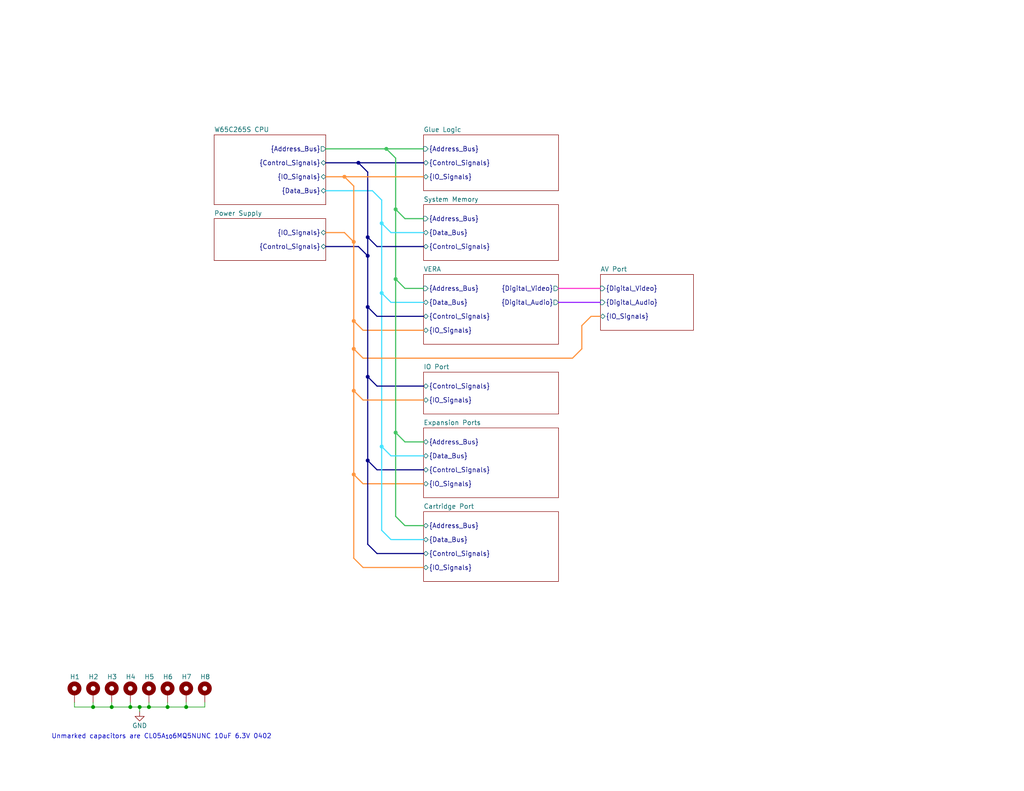
<source format=kicad_sch>
(kicad_sch (version 20231120) (generator "eeschema") (generator_version "8.0")
  (paper "USLetter")
  (lib_symbols
    (symbol "Mechanical:MountingHole_Pad" (pin_numbers hide) (pin_names (offset 1.016) hide) (exclude_from_sim yes) (in_bom no)
      (property "Reference" "H" (at 0 6.35 0))
      (property "Value" "MountingHole_Pad" (at 0 4.445 0))
      (symbol "MountingHole_Pad_0_1"
        (circle (center 0 1.27) (radius 1.27) (stroke (width 1.27)))
      )
      (symbol "MountingHole_Pad_1_1"
        (pin input line (at 0 -2.54 90) (length 2.54) (name "1") (number "1"))
      )
    )
    (symbol "power:GND" (power) (pin_numbers hide) (pin_names (offset 0) hide)
      (property "Value" "GND" (at 0 -3.81 0))
      (symbol "GND_0_1"
        (polyline (pts (xy 0 0) (xy 0 -1.27) (xy 1.27 -1.27) (xy 0 -2.54) (xy -1.27 -1.27) (xy 0 -1.27)))
      )
      (symbol "GND_1_1"
        (pin power_in line (at 0 0 270) (length 0) (name "~") (number "1"))
      )
    )
  )
  (bus_alias "Address_Bus" (members "A_{[0..23]}"))
  (bus_alias "Data_Bus" (members "D_{[0..7]}"))
  (bus_alias "Digital_Audio" (members "LRCK" "BCK" "ADATA"))
  (bus_alias "Digital_Video" (members "RGB_R_{[0..3]}" "RGB_B_{[0..3]}" "RGB_G_{[0..3]}" "HSYNC" "VSYNC"))
  (bus_alias "IO_Signals" (members "SNES_DATA_{[0..9]}" "SNES_LATCH" "SNES_CLK" "LED_{[0..9]}" "MULTI_BTN" "SDA" "SCL" "MISO" "MOSI" "SCK" "~{SD_SS}" "TXD" "RXD" "~{RTS}" "~{CTS}" "~{FPGA_SS}" "~{SPI_SS}" "~{SD_WP}" "~{SD_CD}" "~{CART}" "~{SD_EN}" "~{FLASH_SS}"))
  (junction (at 104.14 80.01) (color 61 222 255 1))
  (junction (at 107.95 57.15) (color 59 191 91 1))
  (junction (at 50.8 193.04))
  (junction (at 40.64 193.04))
  (junction (at 96.52 129.54) (color 255 143 55 1))
  (junction (at 107.95 76.2) (color 59 191 91 1))
  (junction (at 93.98 48.26) (color 255 143 55 1))
  (junction (at 97.79 44.45))
  (junction (at 35.56 193.04))
  (junction (at 96.52 106.68) (color 255 143 55 1))
  (junction (at 100.33 64.77))
  (junction (at 104.14 121.92) (color 61 222 255 1))
  (junction (at 105.41 40.64) (color 59 191 91 1))
  (junction (at 104.14 60.96) (color 61 222 255 1))
  (junction (at 30.48 193.04))
  (junction (at 107.95 118.11) (color 59 191 91 1))
  (junction (at 45.72 193.04))
  (junction (at 100.33 69.85))
  (junction (at 96.52 95.25) (color 255 143 55 1))
  (junction (at 96.52 66.04) (color 255 143 55 1))
  (junction (at 38.1 193.04))
  (junction (at 100.33 83.82))
  (junction (at 100.33 102.87))
  (junction (at 25.4 193.04))
  (junction (at 100.33 125.73))
  (junction (at 96.52 87.63) (color 255 143 55 1))
  (bus (pts (xy 100.33 125.73) (xy 102.87 128.27)))
  (wire (pts (xy 20.32 193.04) (xy 25.4 193.04)))
  (bus (pts (xy 161.29 86.36) (xy 163.83 86.36)) (stroke (width 0) (color 255 143 55 1)))
  (wire (pts (xy 35.56 191.77) (xy 35.56 193.04)))
  (wire (pts (xy 50.8 193.04) (xy 55.88 193.04)))
  (wire (pts (xy 45.72 191.77) (xy 45.72 193.04)))
  (bus (pts (xy 102.87 128.27) (xy 115.57 128.27)))
  (bus (pts (xy 107.95 57.15) (xy 107.95 76.2)) (stroke (width 0) (color 59 191 91 1)))
  (wire (pts (xy 25.4 193.04) (xy 25.4 191.77)))
  (bus (pts (xy 107.95 118.11) (xy 110.49 120.65)) (stroke (width 0) (color 59 191 91 1)))
  (bus (pts (xy 96.52 87.63) (xy 99.06 90.17)) (stroke (width 0) (color 255 143 55 1)))
  (bus (pts (xy 99.06 97.79) (xy 156.21 97.79)) (stroke (width 0) (color 255 143 55 1)))
  (bus (pts (xy 100.33 46.99) (xy 97.79 44.45)))
  (bus (pts (xy 107.95 140.97) (xy 110.49 143.51)) (stroke (width 0) (color 59 191 91 1)))
  (bus (pts (xy 100.33 46.99) (xy 100.33 64.77)))
  (bus (pts (xy 104.14 121.92) (xy 104.14 144.78)) (stroke (width 0) (color 61 222 255 1)))
  (bus (pts (xy 102.87 86.36) (xy 100.33 83.82)))
  (wire (pts (xy 25.4 193.04) (xy 30.48 193.04)))
  (bus (pts (xy 96.52 129.54) (xy 99.06 132.08)) (stroke (width 0) (color 255 143 55 1)))
  (bus (pts (xy 107.95 76.2) (xy 107.95 118.11)) (stroke (width 0) (color 59 191 91 1)))
  (bus (pts (xy 104.14 54.61) (xy 104.14 60.96)) (stroke (width 0) (color 61 222 255 1)))
  (wire (pts (xy 35.56 193.04) (xy 38.1 193.04)))
  (bus (pts (xy 96.52 66.04) (xy 96.52 87.63)) (stroke (width 0) (color 255 143 55 1)))
  (bus (pts (xy 97.79 67.31) (xy 100.33 69.85)))
  (bus (pts (xy 88.9 48.26) (xy 93.98 48.26)) (stroke (width 0) (color 255 143 55 1)))
  (bus (pts (xy 105.41 40.64) (xy 115.57 40.64)) (stroke (width 0) (color 59 191 91 1)))
  (bus (pts (xy 88.9 63.5) (xy 93.98 63.5)) (stroke (width 0) (color 255 143 55 1)))
  (bus (pts (xy 102.87 86.36) (xy 115.57 86.36)))
  (bus (pts (xy 106.68 63.5) (xy 104.14 60.96)) (stroke (width 0) (color 61 222 255 1)))
  (bus (pts (xy 96.52 106.68) (xy 96.52 129.54)) (stroke (width 0) (color 255 143 55 1)))
  (wire (pts (xy 20.32 193.04) (xy 20.32 191.77)))
  (wire (pts (xy 45.72 193.04) (xy 50.8 193.04)))
  (bus (pts (xy 104.14 54.61) (xy 101.6 52.07)) (stroke (width 0) (color 61 222 255 1)))
  (bus (pts (xy 100.33 125.73) (xy 100.33 148.59)))
  (wire (pts (xy 50.8 191.77) (xy 50.8 193.04)))
  (bus (pts (xy 99.06 109.22) (xy 115.57 109.22)) (stroke (width 0) (color 255 143 55 1)))
  (bus (pts (xy 107.95 43.18) (xy 105.41 40.64)) (stroke (width 0) (color 59 191 91 1)))
  (bus (pts (xy 100.33 64.77) (xy 100.33 69.85)))
  (bus (pts (xy 96.52 95.25) (xy 99.06 97.79)) (stroke (width 0) (color 255 143 55 1)))
  (bus (pts (xy 106.68 82.55) (xy 115.57 82.55)) (stroke (width 0) (color 61 222 255 1)))
  (bus (pts (xy 104.14 121.92) (xy 106.68 124.46)) (stroke (width 0) (color 61 222 255 1)))
  (bus (pts (xy 99.06 109.22) (xy 96.52 106.68)) (stroke (width 0) (color 255 143 55 1)))
  (bus (pts (xy 106.68 124.46) (xy 115.57 124.46)) (stroke (width 0) (color 61 222 255 1)))
  (wire (pts (xy 40.64 191.77) (xy 40.64 193.04)))
  (bus (pts (xy 99.06 154.94) (xy 115.57 154.94)) (stroke (width 0) (color 255 143 55 1)))
  (bus (pts (xy 104.14 80.01) (xy 104.14 121.92)) (stroke (width 0) (color 61 222 255 1)))
  (wire (pts (xy 30.48 191.77) (xy 30.48 193.04)))
  (bus (pts (xy 96.52 50.8) (xy 93.98 48.26)) (stroke (width 0) (color 255 143 55 1)))
  (bus (pts (xy 158.75 88.9) (xy 158.75 95.25)) (stroke (width 0) (color 255 143 55 1)))
  (bus (pts (xy 88.9 44.45) (xy 97.79 44.45)))
  (bus (pts (xy 96.52 50.8) (xy 96.52 66.04)) (stroke (width 0) (color 255 143 55 1)))
  (bus (pts (xy 110.49 59.69) (xy 115.57 59.69)) (stroke (width 0) (color 59 191 91 1)))
  (bus (pts (xy 102.87 67.31) (xy 100.33 64.77)))
  (bus (pts (xy 100.33 148.59) (xy 102.87 151.13)))
  (bus (pts (xy 110.49 78.74) (xy 107.95 76.2)) (stroke (width 0) (color 59 191 91 1)))
  (bus (pts (xy 93.98 48.26) (xy 115.57 48.26)) (stroke (width 0) (color 255 143 55 1)))
  (bus (pts (xy 88.9 40.64) (xy 105.41 40.64)) (stroke (width 0) (color 59 191 91 1)))
  (bus (pts (xy 106.68 63.5) (xy 115.57 63.5)) (stroke (width 0) (color 61 222 255 1)))
  (bus (pts (xy 102.87 67.31) (xy 115.57 67.31)))
  (bus (pts (xy 110.49 59.69) (xy 107.95 57.15)) (stroke (width 0) (color 59 191 91 1)))
  (bus (pts (xy 102.87 105.41) (xy 100.33 102.87)))
  (bus (pts (xy 107.95 118.11) (xy 107.95 140.97)) (stroke (width 0) (color 59 191 91 1)))
  (bus (pts (xy 99.06 90.17) (xy 115.57 90.17)) (stroke (width 0) (color 255 143 55 1)))
  (bus (pts (xy 88.9 52.07) (xy 101.6 52.07)) (stroke (width 0) (color 61 222 255 1)))
  (bus (pts (xy 100.33 69.85) (xy 100.33 83.82)))
  (bus (pts (xy 96.52 152.4) (xy 99.06 154.94)) (stroke (width 0) (color 255 143 55 1)))
  (bus (pts (xy 97.79 44.45) (xy 115.57 44.45)))
  (bus (pts (xy 96.52 66.04) (xy 93.98 63.5)) (stroke (width 0) (color 255 143 55 1)))
  (bus (pts (xy 152.4 78.74) (xy 163.83 78.74)) (stroke (width 0) (color 255 51 208 1)))
  (bus (pts (xy 96.52 95.25) (xy 96.52 106.68)) (stroke (width 0) (color 255 143 55 1)))
  (bus (pts (xy 110.49 143.51) (xy 115.57 143.51)) (stroke (width 0) (color 59 191 91 1)))
  (bus (pts (xy 104.14 144.78) (xy 106.68 147.32)) (stroke (width 0) (color 61 222 255 1)))
  (bus (pts (xy 106.68 82.55) (xy 104.14 80.01)) (stroke (width 0) (color 61 222 255 1)))
  (wire (pts (xy 38.1 194.31) (xy 38.1 193.04)))
  (bus (pts (xy 96.52 87.63) (xy 96.52 95.25)) (stroke (width 0) (color 255 143 55 1)))
  (bus (pts (xy 96.52 129.54) (xy 96.52 152.4)) (stroke (width 0) (color 255 143 55 1)))
  (bus (pts (xy 102.87 151.13) (xy 115.57 151.13)))
  (bus (pts (xy 115.57 105.41) (xy 102.87 105.41)))
  (bus (pts (xy 110.49 78.74) (xy 115.57 78.74)) (stroke (width 0) (color 59 191 91 1)))
  (bus (pts (xy 152.4 82.55) (xy 163.83 82.55)) (stroke (width 0) (color 151 32 255 1)))
  (bus (pts (xy 161.29 86.36) (xy 158.75 88.9)) (stroke (width 0) (color 255 143 55 1)))
  (wire (pts (xy 30.48 193.04) (xy 35.56 193.04)))
  (bus (pts (xy 107.95 57.15) (xy 107.95 43.18)) (stroke (width 0) (color 59 191 91 1)))
  (wire (pts (xy 40.64 193.04) (xy 45.72 193.04)))
  (bus (pts (xy 106.68 147.32) (xy 115.57 147.32)) (stroke (width 0) (color 61 222 255 1)))
  (bus (pts (xy 100.33 102.87) (xy 100.33 125.73)))
  (bus (pts (xy 104.14 60.96) (xy 104.14 80.01)) (stroke (width 0) (color 61 222 255 1)))
  (wire (pts (xy 55.88 191.77) (xy 55.88 193.04)))
  (bus (pts (xy 99.06 132.08) (xy 115.57 132.08)) (stroke (width 0) (color 255 143 55 1)))
  (bus (pts (xy 158.75 95.25) (xy 156.21 97.79)) (stroke (width 0) (color 255 143 55 1)))
  (bus (pts (xy 88.9 67.31) (xy 97.79 67.31)))
  (wire (pts (xy 38.1 193.04) (xy 40.64 193.04)))
  (bus (pts (xy 110.49 120.65) (xy 115.57 120.65)) (stroke (width 0) (color 59 191 91 1)))
  (bus (pts (xy 100.33 83.82) (xy 100.33 102.87)))
  (text "Unmarked capacitors are CL05A_{10}6MQ5NUNC 10uF 6.3V 0402" (at 44.0716 201.1392 0) (effects (font (size 1.27 1.27))))
  (symbol (lib_id "Mechanical:MountingHole_Pad") (at 45.72 189.23 0) (unit 1) (exclude_from_sim yes) (in_bom no)
    (property "Reference" "H6" (at 44.4402 184.7863 0) (effects (justify left)))
    (property "Value" "MountingHole_Pad" (effects (hide yes)))
    (property "Footprint" "MountingHole:MountingHole_3.2mm_M3_DIN965_Pad" (effects (hide yes)))
    (property "Description" "Mounting Hole with connection" (effects (hide yes)))
  )
  (symbol (lib_id "Mechanical:MountingHole_Pad") (at 55.88 189.23 0) (unit 1) (exclude_from_sim yes) (in_bom no)
    (property "Reference" "H8" (at 54.6002 184.7863 0) (effects (justify left)))
    (property "Value" "MountingHole_Pad" (effects (hide yes)))
    (property "Footprint" "MountingHole:MountingHole_3.2mm_M3_DIN965_Pad" (effects (hide yes)))
    (property "Description" "Mounting Hole with connection" (effects (hide yes)))
  )
  (symbol (lib_id "Mechanical:MountingHole_Pad") (at 30.48 189.23 0) (unit 1) (exclude_from_sim yes) (in_bom no)
    (property "Reference" "H3" (at 29.2002 184.7863 0) (effects (justify left)))
    (property "Value" "MountingHole_Pad" (effects (hide yes)))
    (property "Footprint" "MountingHole:MountingHole_3.2mm_M3_DIN965_Pad" (effects (hide yes)))
    (property "Description" "Mounting Hole with connection" (effects (hide yes)))
  )
  (symbol (lib_id "power:GND") (at 38.1 194.31 0) (unit 1)
    (property "Reference" "#PWR0163" (effects (hide yes)))
    (property "Value" "GND" (at 38.1 198.12 0))
    (property "Description" "Power symbol creates a global label with name \"GND\" , ground" (effects (hide yes)))
  )
  (symbol (lib_id "Mechanical:MountingHole_Pad") (at 35.56 189.23 0) (unit 1) (exclude_from_sim yes) (in_bom no)
    (property "Reference" "H4" (at 34.2802 184.7863 0) (effects (justify left)))
    (property "Value" "MountingHole_Pad" (effects (hide yes)))
    (property "Footprint" "MountingHole:MountingHole_3.2mm_M3_DIN965_Pad" (effects (hide yes)))
    (property "Description" "Mounting Hole with connection" (effects (hide yes)))
  )
  (symbol (lib_id "Mechanical:MountingHole_Pad") (at 50.8 189.23 0) (unit 1) (exclude_from_sim yes) (in_bom no)
    (property "Reference" "H7" (at 49.5202 184.7863 0) (effects (justify left)))
    (property "Value" "MountingHole_Pad" (effects (hide yes)))
    (property "Footprint" "MountingHole:MountingHole_3.2mm_M3_DIN965_Pad" (effects (hide yes)))
    (property "Description" "Mounting Hole with connection" (effects (hide yes)))
  )
  (symbol (lib_id "Mechanical:MountingHole_Pad") (at 25.4 189.23 0) (unit 1) (exclude_from_sim yes) (in_bom no)
    (property "Reference" "H2" (at 24.1202 184.7863 0) (effects (justify left)))
    (property "Value" "MountingHole_Pad" (effects (hide yes)))
    (property "Footprint" "MountingHole:MountingHole_3.2mm_M3_DIN965_Pad" (effects (hide yes)))
    (property "Description" "Mounting Hole with connection" (effects (hide yes)))
  )
  (symbol (lib_id "Mechanical:MountingHole_Pad") (at 20.32 189.23 0) (unit 1) (exclude_from_sim yes) (in_bom no)
    (property "Reference" "H1" (at 19.0402 184.7863 0) (effects (justify left)))
    (property "Value" "MountingHole_Pad" (effects (hide yes)))
    (property "Footprint" "MountingHole:MountingHole_3.2mm_M3_DIN965_Pad" (effects (hide yes)))
    (property "Description" "Mounting Hole with connection" (effects (hide yes)))
  )
  (symbol (lib_id "Mechanical:MountingHole_Pad") (at 40.64 189.23 0) (unit 1) (exclude_from_sim yes) (in_bom no)
    (property "Reference" "H5" (at 39.3602 184.7863 0) (effects (justify left)))
    (property "Value" "MountingHole_Pad" (effects (hide yes)))
    (property "Footprint" "MountingHole:MountingHole_3.2mm_M3_DIN965_Pad" (effects (hide yes)))
    (property "Description" "Mounting Hole with connection" (effects (hide yes)))
  )
  (sheet (at 115.57 55.88) (size 36.83 15.24) (stroke (width 0.1524)) (fill (color 255 255 255 1.0000))
    (property "Sheetname" "System Memory" (at 115.57 55.1684 0) (effects (justify left bottom)))
    (property "Sheetfile" "System Memory.kicad_sch" (effects (hide yes)))
    (pin "{Data_Bus}" tri_state (at 115.57 63.5 180))
    (pin "{Control_Signals}" bidirectional (at 115.57 67.31 180))
    (pin "{Address_Bus}" input (at 115.57 59.69 180))
  )
  (sheet (at 115.57 139.7) (size 36.83 19.05) (stroke (width 0.1524)) (fill (color 255 255 255 1.0000))
    (property "Sheetname" "Cartridge Port" (at 115.57 138.9884 0) (effects (justify left bottom)))
    (property "Sheetfile" "Cartridge Port.kicad_sch" (effects (hide yes)))
    (pin "{Data_Bus}" tri_state (at 115.57 147.32 180))
    (pin "{Control_Signals}" bidirectional (at 115.57 151.13 180))
    (pin "{Address_Bus}" bidirectional (at 115.57 143.51 180))
    (pin "{IO_Signals}" bidirectional (at 115.57 154.94 180))
  )
  (sheet (at 115.57 74.93) (size 36.83 19.05) (stroke (width 0.1524)) (fill (color 255 255 255 1.0000))
    (property "Sheetname" "VERA" (at 115.57 74.2184 0) (effects (justify left bottom)))
    (property "Sheetfile" "VERA.kicad_sch" (effects (hide yes)))
    (pin "{Data_Bus}" tri_state (at 115.57 82.55 180))
    (pin "{Digital_Audio}" output (at 152.4 82.55 0))
    (pin "{Digital_Video}" output (at 152.4 78.74 0))
    (pin "{Address_Bus}" input (at 115.57 78.74 180))
    (pin "{Control_Signals}" bidirectional (at 115.57 86.36 180))
    (pin "{IO_Signals}" bidirectional (at 115.57 90.17 180))
  )
  (sheet (at 115.57 36.83) (size 36.83 15.24) (stroke (width 0.1524)) (fill (color 255 255 255 1.0000))
    (property "Sheetname" "Glue Logic" (at 115.57 36.1184 0) (effects (justify left bottom)))
    (property "Sheetfile" "Glue Logic.kicad_sch" (effects (hide yes)))
    (pin "{Address_Bus}" input (at 115.57 40.64 180))
    (pin "{Control_Signals}" bidirectional (at 115.57 44.45 180))
    (pin "{IO_Signals}" bidirectional (at 115.57 48.26 180))
  )
  (sheet (at 115.57 101.6) (size 36.83 11.43) (stroke (width 0.1524)) (fill (color 255 255 255 1.0000))
    (property "Sheetname" "IO Port" (at 115.57 100.8884 0) (effects (justify left bottom)))
    (property "Sheetfile" "IO Port.kicad_sch" (effects (hide yes)))
    (pin "{Control_Signals}" bidirectional (at 115.57 105.41 180))
    (pin "{IO_Signals}" bidirectional (at 115.57 109.22 180))
  )
  (sheet (at 163.83 74.93) (size 25.4 15.24) (stroke (width 0.1524)) (fill (color 255 255 255 1.0000))
    (property "Sheetname" "AV Port" (at 163.83 74.2184 0) (effects (justify left bottom)))
    (property "Sheetfile" "AV Port.kicad_sch" (effects (hide yes)))
    (pin "{Digital_Video}" input (at 163.83 78.74 180))
    (pin "{Digital_Audio}" input (at 163.83 82.55 180))
    (pin "{IO_Signals}" bidirectional (at 163.83 86.36 180))
  )
  (sheet (at 58.42 59.69) (size 30.48 11.43) (stroke (width 0.1524)) (fill (color 255 255 255 1.0000))
    (property "Sheetname" "Power Supply" (at 58.42 58.9784 0) (effects (justify left bottom)))
    (property "Sheetfile" "Power Supply.kicad_sch" (effects (hide yes)))
    (pin "{IO_Signals}" bidirectional (at 88.9 63.5 0))
    (pin "{Control_Signals}" bidirectional (at 88.9 67.31 0))
  )
  (sheet (at 58.42 36.83) (size 30.48 19.05) (stroke (width 0.1524)) (fill (color 255 255 255 1.0000))
    (property "Sheetname" "W65C265S CPU" (at 58.42 36.1184 0) (effects (justify left bottom)))
    (property "Sheetfile" "W65C265S CPU.kicad_sch" (effects (hide yes)))
    (pin "{Data_Bus}" tri_state (at 88.9 52.07 0))
    (pin "{Control_Signals}" bidirectional (at 88.9 44.45 0))
    (pin "{IO_Signals}" bidirectional (at 88.9 48.26 0))
    (pin "{Address_Bus}" output (at 88.9 40.64 0))
  )
  (sheet (at 115.57 116.84) (size 36.83 19.05) (stroke (width 0.1524)) (fill (color 255 255 255 1.0000))
    (property "Sheetname" "Expansion Ports" (at 115.57 116.1284 0) (effects (justify left bottom)))
    (property "Sheetfile" "Expansion Ports.kicad_sch" (effects (hide yes)))
    (pin "{Address_Bus}" bidirectional (at 115.57 120.65 180))
    (pin "{Data_Bus}" tri_state (at 115.57 124.46 180))
    (pin "{Control_Signals}" bidirectional (at 115.57 128.27 180))
    (pin "{IO_Signals}" bidirectional (at 115.57 132.08 180))
  )
)
</source>
